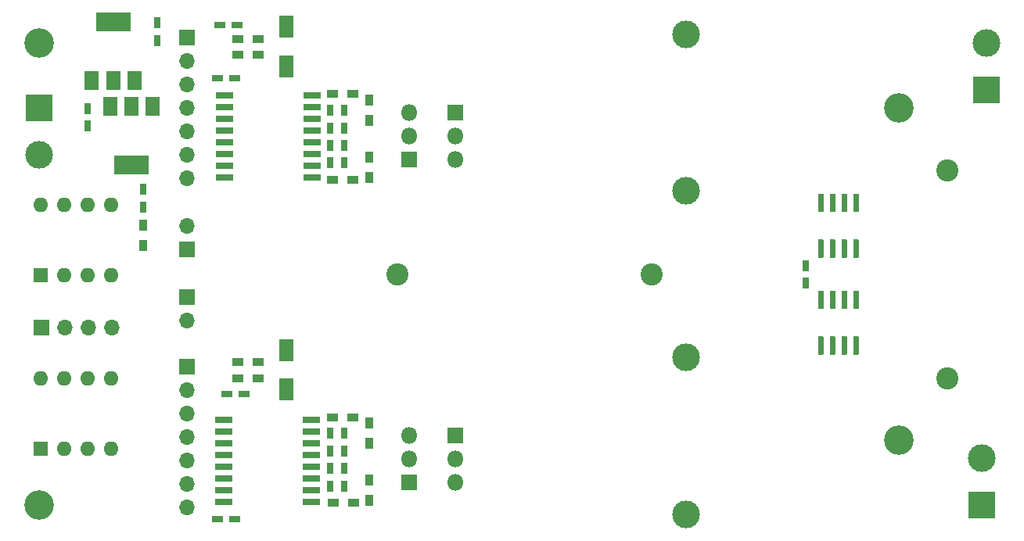
<source format=gbr>
%TF.GenerationSoftware,KiCad,Pcbnew,(5.1.10)-1*%
%TF.CreationDate,2022-06-03T10:18:56+01:00*%
%TF.ProjectId,GTI_V3,4754495f-5633-42e6-9b69-6361645f7063,rev?*%
%TF.SameCoordinates,Original*%
%TF.FileFunction,Soldermask,Top*%
%TF.FilePolarity,Negative*%
%FSLAX46Y46*%
G04 Gerber Fmt 4.6, Leading zero omitted, Abs format (unit mm)*
G04 Created by KiCad (PCBNEW (5.1.10)-1) date 2022-06-03 10:18:56*
%MOMM*%
%LPD*%
G01*
G04 APERTURE LIST*
%ADD10R,1.200000X0.750000*%
%ADD11C,3.200000*%
%ADD12R,1.700000X1.700000*%
%ADD13O,1.700000X1.700000*%
%ADD14O,1.600000X1.600000*%
%ADD15R,1.600000X1.600000*%
%ADD16R,3.800000X2.000000*%
%ADD17R,1.500000X2.000000*%
%ADD18R,0.900000X1.200000*%
%ADD19R,3.000000X3.000000*%
%ADD20C,3.000000*%
%ADD21R,0.750000X1.200000*%
%ADD22C,2.400000*%
%ADD23O,1.800000X1.800000*%
%ADD24R,1.800000X1.800000*%
%ADD25R,1.922000X0.700000*%
%ADD26R,1.200000X0.900000*%
%ADD27R,1.550000X2.350000*%
%ADD28C,2.999740*%
G04 APERTURE END LIST*
D10*
%TO.C,C29*%
X126450000Y-63000000D03*
X124550000Y-63000000D03*
%TD*%
%TO.C,C28*%
X127200000Y-103000000D03*
X125300000Y-103000000D03*
%TD*%
D11*
%TO.C,REF\u002A\u002A*%
X105000000Y-115000000D03*
%TD*%
%TO.C,REF\u002A\u002A*%
X105000000Y-65000000D03*
%TD*%
%TO.C,REF\u002A\u002A*%
X198000000Y-72000000D03*
%TD*%
%TO.C,REF\u002A\u002A*%
X198000000Y-108000000D03*
%TD*%
D12*
%TO.C,J8*%
X121000000Y-92440000D03*
D13*
X121000000Y-94980000D03*
%TD*%
D12*
%TO.C,J3*%
X121000000Y-64380000D03*
D13*
X121000000Y-66920000D03*
X121000000Y-69460000D03*
X121000000Y-72000000D03*
X121000000Y-74540000D03*
X121000000Y-77080000D03*
X121000000Y-79620000D03*
%TD*%
D14*
%TO.C,U6*%
X105170000Y-101250000D03*
X112790000Y-108870000D03*
X107710000Y-101250000D03*
X110250000Y-108870000D03*
X110250000Y-101250000D03*
X107710000Y-108870000D03*
X112790000Y-101250000D03*
D15*
X105170000Y-108870000D03*
%TD*%
D14*
%TO.C,U5*%
X105170000Y-82500000D03*
X112790000Y-90120000D03*
X107710000Y-82500000D03*
X110250000Y-90120000D03*
X110250000Y-82500000D03*
X107710000Y-90120000D03*
X112790000Y-82500000D03*
D15*
X105170000Y-90120000D03*
%TD*%
D16*
%TO.C,U2*%
X115000000Y-78150000D03*
D17*
X115000000Y-71850000D03*
X112700000Y-71850000D03*
X117300000Y-71850000D03*
%TD*%
D16*
%TO.C,U1*%
X113000000Y-62700000D03*
D17*
X113000000Y-69000000D03*
X115300000Y-69000000D03*
X110700000Y-69000000D03*
%TD*%
D18*
%TO.C,R27*%
X116250000Y-84650000D03*
X116250000Y-86850000D03*
%TD*%
D12*
%TO.C,J7*%
X105210000Y-95750000D03*
D13*
X107750000Y-95750000D03*
X110290000Y-95750000D03*
X112830000Y-95750000D03*
%TD*%
D19*
%TO.C,J5*%
X207500000Y-70000000D03*
D20*
X207500000Y-64920000D03*
%TD*%
D12*
%TO.C,J4*%
X121000000Y-87290000D03*
D13*
X121000000Y-84750000D03*
%TD*%
D19*
%TO.C,J2*%
X207000000Y-115000000D03*
D20*
X207000000Y-109920000D03*
%TD*%
D19*
%TO.C,J1*%
X105000000Y-72000000D03*
D20*
X105000000Y-77080000D03*
%TD*%
D21*
%TO.C,C3*%
X110250000Y-72050000D03*
X110250000Y-73950000D03*
%TD*%
%TO.C,C2*%
X116250000Y-80800000D03*
X116250000Y-82700000D03*
%TD*%
%TO.C,C1*%
X117750000Y-62800000D03*
X117750000Y-64700000D03*
%TD*%
D22*
%TO.C,C13*%
X203250000Y-101250000D03*
X203250000Y-78750000D03*
%TD*%
D21*
%TO.C,C16*%
X138000000Y-109150000D03*
X138000000Y-107250000D03*
%TD*%
D22*
%TO.C,C23*%
X171250000Y-90000000D03*
X143750000Y-90000000D03*
%TD*%
D12*
%TO.C,J6*%
X121000000Y-100000000D03*
D13*
X121000000Y-102540000D03*
X121000000Y-105080000D03*
X121000000Y-107620000D03*
X121000000Y-110160000D03*
X121000000Y-112700000D03*
X121000000Y-115240000D03*
%TD*%
%TO.C,U3*%
G36*
G01*
X193147000Y-86240000D02*
X193663000Y-86240000D01*
G75*
G02*
X193705000Y-86282000I0J-42000D01*
G01*
X193705000Y-88168000D01*
G75*
G02*
X193663000Y-88210000I-42000J0D01*
G01*
X193147000Y-88210000D01*
G75*
G02*
X193105000Y-88168000I0J42000D01*
G01*
X193105000Y-86282000D01*
G75*
G02*
X193147000Y-86240000I42000J0D01*
G01*
G37*
G36*
G01*
X191877000Y-86240000D02*
X192393000Y-86240000D01*
G75*
G02*
X192435000Y-86282000I0J-42000D01*
G01*
X192435000Y-88168000D01*
G75*
G02*
X192393000Y-88210000I-42000J0D01*
G01*
X191877000Y-88210000D01*
G75*
G02*
X191835000Y-88168000I0J42000D01*
G01*
X191835000Y-86282000D01*
G75*
G02*
X191877000Y-86240000I42000J0D01*
G01*
G37*
G36*
G01*
X190607000Y-86240000D02*
X191123000Y-86240000D01*
G75*
G02*
X191165000Y-86282000I0J-42000D01*
G01*
X191165000Y-88168000D01*
G75*
G02*
X191123000Y-88210000I-42000J0D01*
G01*
X190607000Y-88210000D01*
G75*
G02*
X190565000Y-88168000I0J42000D01*
G01*
X190565000Y-86282000D01*
G75*
G02*
X190607000Y-86240000I42000J0D01*
G01*
G37*
G36*
G01*
X189337000Y-86240000D02*
X189853000Y-86240000D01*
G75*
G02*
X189895000Y-86282000I0J-42000D01*
G01*
X189895000Y-88168000D01*
G75*
G02*
X189853000Y-88210000I-42000J0D01*
G01*
X189337000Y-88210000D01*
G75*
G02*
X189295000Y-88168000I0J42000D01*
G01*
X189295000Y-86282000D01*
G75*
G02*
X189337000Y-86240000I42000J0D01*
G01*
G37*
G36*
G01*
X189337000Y-81290000D02*
X189853000Y-81290000D01*
G75*
G02*
X189895000Y-81332000I0J-42000D01*
G01*
X189895000Y-83218000D01*
G75*
G02*
X189853000Y-83260000I-42000J0D01*
G01*
X189337000Y-83260000D01*
G75*
G02*
X189295000Y-83218000I0J42000D01*
G01*
X189295000Y-81332000D01*
G75*
G02*
X189337000Y-81290000I42000J0D01*
G01*
G37*
G36*
G01*
X190607000Y-81290000D02*
X191123000Y-81290000D01*
G75*
G02*
X191165000Y-81332000I0J-42000D01*
G01*
X191165000Y-83218000D01*
G75*
G02*
X191123000Y-83260000I-42000J0D01*
G01*
X190607000Y-83260000D01*
G75*
G02*
X190565000Y-83218000I0J42000D01*
G01*
X190565000Y-81332000D01*
G75*
G02*
X190607000Y-81290000I42000J0D01*
G01*
G37*
G36*
G01*
X191877000Y-81290000D02*
X192393000Y-81290000D01*
G75*
G02*
X192435000Y-81332000I0J-42000D01*
G01*
X192435000Y-83218000D01*
G75*
G02*
X192393000Y-83260000I-42000J0D01*
G01*
X191877000Y-83260000D01*
G75*
G02*
X191835000Y-83218000I0J42000D01*
G01*
X191835000Y-81332000D01*
G75*
G02*
X191877000Y-81290000I42000J0D01*
G01*
G37*
G36*
G01*
X193147000Y-81290000D02*
X193663000Y-81290000D01*
G75*
G02*
X193705000Y-81332000I0J-42000D01*
G01*
X193705000Y-83218000D01*
G75*
G02*
X193663000Y-83260000I-42000J0D01*
G01*
X193147000Y-83260000D01*
G75*
G02*
X193105000Y-83218000I0J42000D01*
G01*
X193105000Y-81332000D01*
G75*
G02*
X193147000Y-81290000I42000J0D01*
G01*
G37*
%TD*%
%TO.C,U4*%
G36*
G01*
X189853000Y-93760000D02*
X189337000Y-93760000D01*
G75*
G02*
X189295000Y-93718000I0J42000D01*
G01*
X189295000Y-91832000D01*
G75*
G02*
X189337000Y-91790000I42000J0D01*
G01*
X189853000Y-91790000D01*
G75*
G02*
X189895000Y-91832000I0J-42000D01*
G01*
X189895000Y-93718000D01*
G75*
G02*
X189853000Y-93760000I-42000J0D01*
G01*
G37*
G36*
G01*
X191123000Y-93760000D02*
X190607000Y-93760000D01*
G75*
G02*
X190565000Y-93718000I0J42000D01*
G01*
X190565000Y-91832000D01*
G75*
G02*
X190607000Y-91790000I42000J0D01*
G01*
X191123000Y-91790000D01*
G75*
G02*
X191165000Y-91832000I0J-42000D01*
G01*
X191165000Y-93718000D01*
G75*
G02*
X191123000Y-93760000I-42000J0D01*
G01*
G37*
G36*
G01*
X192393000Y-93760000D02*
X191877000Y-93760000D01*
G75*
G02*
X191835000Y-93718000I0J42000D01*
G01*
X191835000Y-91832000D01*
G75*
G02*
X191877000Y-91790000I42000J0D01*
G01*
X192393000Y-91790000D01*
G75*
G02*
X192435000Y-91832000I0J-42000D01*
G01*
X192435000Y-93718000D01*
G75*
G02*
X192393000Y-93760000I-42000J0D01*
G01*
G37*
G36*
G01*
X193663000Y-93760000D02*
X193147000Y-93760000D01*
G75*
G02*
X193105000Y-93718000I0J42000D01*
G01*
X193105000Y-91832000D01*
G75*
G02*
X193147000Y-91790000I42000J0D01*
G01*
X193663000Y-91790000D01*
G75*
G02*
X193705000Y-91832000I0J-42000D01*
G01*
X193705000Y-93718000D01*
G75*
G02*
X193663000Y-93760000I-42000J0D01*
G01*
G37*
G36*
G01*
X193663000Y-98710000D02*
X193147000Y-98710000D01*
G75*
G02*
X193105000Y-98668000I0J42000D01*
G01*
X193105000Y-96782000D01*
G75*
G02*
X193147000Y-96740000I42000J0D01*
G01*
X193663000Y-96740000D01*
G75*
G02*
X193705000Y-96782000I0J-42000D01*
G01*
X193705000Y-98668000D01*
G75*
G02*
X193663000Y-98710000I-42000J0D01*
G01*
G37*
G36*
G01*
X192393000Y-98710000D02*
X191877000Y-98710000D01*
G75*
G02*
X191835000Y-98668000I0J42000D01*
G01*
X191835000Y-96782000D01*
G75*
G02*
X191877000Y-96740000I42000J0D01*
G01*
X192393000Y-96740000D01*
G75*
G02*
X192435000Y-96782000I0J-42000D01*
G01*
X192435000Y-98668000D01*
G75*
G02*
X192393000Y-98710000I-42000J0D01*
G01*
G37*
G36*
G01*
X191123000Y-98710000D02*
X190607000Y-98710000D01*
G75*
G02*
X190565000Y-98668000I0J42000D01*
G01*
X190565000Y-96782000D01*
G75*
G02*
X190607000Y-96740000I42000J0D01*
G01*
X191123000Y-96740000D01*
G75*
G02*
X191165000Y-96782000I0J-42000D01*
G01*
X191165000Y-98668000D01*
G75*
G02*
X191123000Y-98710000I-42000J0D01*
G01*
G37*
G36*
G01*
X189853000Y-98710000D02*
X189337000Y-98710000D01*
G75*
G02*
X189295000Y-98668000I0J42000D01*
G01*
X189295000Y-96782000D01*
G75*
G02*
X189337000Y-96740000I42000J0D01*
G01*
X189853000Y-96740000D01*
G75*
G02*
X189895000Y-96782000I0J-42000D01*
G01*
X189895000Y-98668000D01*
G75*
G02*
X189853000Y-98710000I-42000J0D01*
G01*
G37*
%TD*%
D23*
%TO.C,Q4*%
X145000000Y-107460000D03*
X145000000Y-110000000D03*
D24*
X145000000Y-112540000D03*
%TD*%
D25*
%TO.C,IC2*%
X134428000Y-114640000D03*
X134428000Y-113370000D03*
X134428000Y-112100000D03*
X134428000Y-110830000D03*
X134428000Y-109560000D03*
X134428000Y-108290000D03*
X134428000Y-107020000D03*
X134428000Y-105750000D03*
X125000000Y-105750000D03*
X125000000Y-107020000D03*
X125000000Y-108290000D03*
X125000000Y-109560000D03*
X125000000Y-110830000D03*
X125000000Y-112100000D03*
X125000000Y-113370000D03*
X125000000Y-114640000D03*
%TD*%
D23*
%TO.C,Q3*%
X150000000Y-112540000D03*
X150000000Y-110000000D03*
D24*
X150000000Y-107460000D03*
%TD*%
D21*
%TO.C,C18*%
X138000000Y-112950000D03*
X138000000Y-111050000D03*
%TD*%
%TO.C,C17*%
X136500000Y-112950000D03*
X136500000Y-111050000D03*
%TD*%
D10*
%TO.C,C21*%
X124300000Y-116500000D03*
X126200000Y-116500000D03*
%TD*%
D26*
%TO.C,R24*%
X136800000Y-114750000D03*
X139000000Y-114750000D03*
%TD*%
D18*
%TO.C,R23*%
X140750000Y-108350000D03*
X140750000Y-106150000D03*
%TD*%
%TO.C,R26*%
X140750000Y-112300000D03*
X140750000Y-114500000D03*
%TD*%
D27*
%TO.C,D2*%
X131750000Y-102500000D03*
X131750000Y-98200000D03*
%TD*%
D26*
%TO.C,R20*%
X126500000Y-101250000D03*
X128700000Y-101250000D03*
%TD*%
%TO.C,R19*%
X126500000Y-99500000D03*
X128700000Y-99500000D03*
%TD*%
%TO.C,R21*%
X136750000Y-105500000D03*
X138950000Y-105500000D03*
%TD*%
D28*
%TO.C,L2*%
X175000000Y-99001160D03*
X175000000Y-115998840D03*
%TD*%
D10*
%TO.C,C12*%
X124300000Y-68750000D03*
X126200000Y-68750000D03*
%TD*%
D21*
%TO.C,C15*%
X136500000Y-109150000D03*
X136500000Y-107250000D03*
%TD*%
D18*
%TO.C,R8*%
X140750000Y-79500000D03*
X140750000Y-77300000D03*
%TD*%
D26*
%TO.C,R6*%
X138950000Y-79750000D03*
X136750000Y-79750000D03*
%TD*%
D18*
%TO.C,R5*%
X140750000Y-71150000D03*
X140750000Y-73350000D03*
%TD*%
D26*
%TO.C,R3*%
X138950000Y-70500000D03*
X136750000Y-70500000D03*
%TD*%
%TO.C,R2*%
X128700000Y-66250000D03*
X126500000Y-66250000D03*
%TD*%
%TO.C,R1*%
X128700000Y-64500000D03*
X126500000Y-64500000D03*
%TD*%
D28*
%TO.C,L1*%
X175000000Y-64001160D03*
X175000000Y-80998840D03*
%TD*%
D21*
%TO.C,C9*%
X138000000Y-76050000D03*
X138000000Y-77950000D03*
%TD*%
%TO.C,C8*%
X136500000Y-76050000D03*
X136500000Y-77950000D03*
%TD*%
%TO.C,C7*%
X188000000Y-90950000D03*
X188000000Y-89050000D03*
%TD*%
%TO.C,C6*%
X138000000Y-72250000D03*
X138000000Y-74150000D03*
%TD*%
%TO.C,C5*%
X136500000Y-72250000D03*
X136500000Y-74150000D03*
%TD*%
D27*
%TO.C,D1*%
X131750000Y-63200000D03*
X131750000Y-67500000D03*
%TD*%
D24*
%TO.C,Q2*%
X145000000Y-77540000D03*
D23*
X145000000Y-75000000D03*
X145000000Y-72460000D03*
%TD*%
%TO.C,Q1*%
X150000000Y-77540000D03*
X150000000Y-75000000D03*
D24*
X150000000Y-72460000D03*
%TD*%
D25*
%TO.C,IC1*%
X125072000Y-79560000D03*
X125072000Y-78290000D03*
X125072000Y-77020000D03*
X125072000Y-75750000D03*
X125072000Y-74480000D03*
X125072000Y-73210000D03*
X125072000Y-71940000D03*
X125072000Y-70670000D03*
X134500000Y-70670000D03*
X134500000Y-71940000D03*
X134500000Y-73210000D03*
X134500000Y-74480000D03*
X134500000Y-75750000D03*
X134500000Y-77020000D03*
X134500000Y-78290000D03*
X134500000Y-79560000D03*
%TD*%
M02*

</source>
